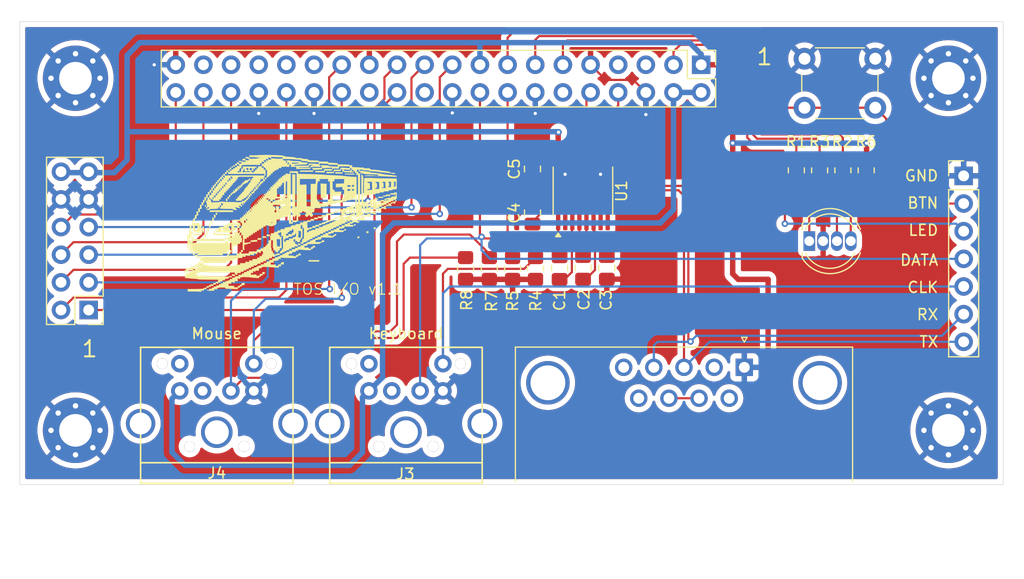
<source format=kicad_pcb>
(kicad_pcb (version 20241229) (generator "pcbnew") (generator_version "9.0")
  (layers (0 "F.Cu" signal) (2 "B.Cu" signal) (13 "F.Paste" user) (15 "B.Paste" user) (5 "F.SilkS" user "F.Silkscreen") (7 "B.SilkS" user "B.Silkscreen") (1 "F.Mask" user) (3 "B.Mask" user) (25 "Edge.Cuts" user))
  (net 0 "")
  (net 1 "Net-(D1-RA)")
  (net 2 "Net-(D1-BA)")
  (net 3 "GND")
  (net 4 "Net-(D1-GA)")
  (net 5 "PMOD_4_SCK")
  (net 10 "PMOD_7_INT")
  (net 14 "PMOD_9")
  (net 15 "GPIO_7")
  (net 16 "PMOD_3_MISO")
  (net 17 "+3V3")
  (net 22 "+5V")
  (net 23 "Net-(U1-C1+)")
  (net 24 "Net-(U1-C1-)")
  (net 25 "Net-(U1-C2+)")
  (net 26 "Net-(U1-C2-)")
  (net 27 "Net-(U1-VS-)")
  (net 28 "Net-(U1-VS+)")
  (net 30 "RX")
  (net 31 "TX")
  (net 36 "Net-(J2-Pad7)")
  (net 38 "PMOD_8_RESET")
  (net 39 "PMOD_1_SS")
  (net 41 "PMOD_10")
  (net 43 "PMOD_2_MOSI")
  (net 44 "BUTTON")
  (net 45 "LED_BLUE")
  (net 46 "LED_RED")
  (net 47 "LED_GREEN")
  (net 48 "PS2_MOUSE_DATA")
  (net 49 "PS2_MOUSE_CLK")
  (net 51 "RXTTL")
  (net 52 "PS2_DATA")
  (net 53 "PS2_CLK")
  (net 54 "TXTTL")
  (footprint "Connector_Dsub:DSUB-9_Female_Horizontal_P2.77x2.84mm_EdgePinOffset7.70mm_Housed_MountingHolesOffset9.12mm" (layer "F.Cu") (at 156.9716 91.5948)
    (property "Reference" "J2" (hide yes))
    (property "Value" "DE9_Receptacle")
  )
  (footprint "Capacitor_SMD:C_0805_2012Metric_Pad1.18x1.45mm_HandSolder" (layer "F.Cu") (at 137.5156 77.3977 90)
    (property "Reference" "C4")
    (property "Value" "0.1uF")
  )
  (footprint "Package_SO:TSSOP-16_4.4x5mm_P0.65mm" (layer "F.Cu") (at 142.1494 75.4049 90)
    (property "Reference" "U1")
    (property "Value" "MAX232")
  )
  (footprint "Capacitor_SMD:C_0805_2012Metric_Pad1.18x1.45mm_HandSolder" (layer "F.Cu") (at 140.0048 82.4777 -90)
    (property "Reference" "C1")
    (property "Value" "0.1uF")
  )
  (footprint "MountingHole:MountingHole_3mm_Pad_Via" (layer "F.Cu") (at 95.54 65.04019)
    (property "Reference" "H1" (hide yes))
    (property "Value" "MountingHole_Pad")
  )
  (footprint "Resistor_SMD:R_0805_2012Metric_Pad1.20x1.40mm_HandSolder" (layer "F.Cu") (at 133.5532 82.5152 -90)
    (property "Reference" "R7")
    (property "Value" "2K")
  )
  (footprint "Connector_PinHeader_2.54mm:PinHeader_1x07_P2.54mm_Vertical" (layer "F.Cu") (at 177.119048 74.01)
    (property "Reference" "J6" (hide yes))
    (property "Value" "Conn_01x07")
  )
  (footprint "Resistor_SMD:R_0805_2012Metric_Pad1.20x1.40mm_HandSolder" (layer "F.Cu") (at 163.888533 73.5 -90)
    (property "Reference" "R3")
    (property "Value" "220")
  )
  (footprint "Resistor_SMD:R_0805_2012Metric_Pad1.20x1.40mm_HandSolder" (layer "F.Cu") (at 135.6868 82.5152 -90)
    (property "Reference" "R5")
    (property "Value" "2K")
  )
  (footprint "Capacitor_SMD:C_0805_2012Metric_Pad1.18x1.45mm_HandSolder" (layer "F.Cu") (at 144.3443 82.4562 -90)
    (property "Reference" "C3")
    (property "Value" "0.1uF")
  )
  (footprint "Resistor_SMD:R_0805_2012Metric_Pad1.20x1.40mm_HandSolder" (layer "F.Cu") (at 137.7924 82.5152 -90)
    (property "Reference" "R4")
    (property "Value" "2K")
  )
  (footprint "Library:PinSocket_2x06_Top_Bottom_P2.54mm_Vertical" (layer "F.Cu") (at 93.75 86.33 180)
    (property "Reference" "J5" (hide yes))
    (property "Value" "PMOD SPI 2A")
  )
  (footprint "Capacitor_SMD:C_0805_2012Metric_Pad1.18x1.45mm_HandSolder" (layer "F.Cu") (at 137.5156 73.3767 -90)
    (property "Reference" "C5")
    (property "Value" "0.1uF")
  )
  (footprint "LOGO" (layer "F.Cu") (at 115.1 77.8)
    (property "Reference" "G***")
    (property "Value" "LOGO" (hide yes))
  )
  (footprint "MountingHole:MountingHole_3mm_Pad_Via" (layer "F.Cu") (at 175.72 97.3836)
    (property "Reference" "H3" (hide yes))
    (property "Value" "MountingHole_Pad")
  )
  (footprint "PocketTRS_Connectors:minidin_6_ps2_pcb_mount" (layer "F.Cu") (at 125.8932 96.0068 180)
    (property "Reference" "J3")
    (property "Value" "Keyboard")
  )
  (footprint "LED_THT:LED_D5.0mm-4_RGB" (layer "F.Cu") (at 162.94 80)
    (property "Reference" "D1" (hide yes))
    (property "Value" "LED_RKBG")
  )
  (footprint "Button_Switch_THT:SW_PUSH_6mm" (layer "F.Cu") (at 162.5 63.25)
    (property "Reference" "SW1" (hide yes))
    (property "Value" "STATUS")
  )
  (footprint "Resistor_SMD:R_0805_2012Metric_Pad1.20x1.40mm_HandSolder" (layer "F.Cu") (at 131.3688 82.5152 -90)
    (property "Reference" "R8")
    (property "Value" "2K")
  )
  (footprint "Resistor_SMD:R_0805_2012Metric_Pad1.20x1.40mm_HandSolder" (layer "F.Cu") (at 161.75 73.5 -90)
    (property "Reference" "R1")
    (property "Value" "330")
  )
  (footprint "Connector_PinHeader_2.54mm:PinHeader_2x20_P2.54mm_Vertical" (layer "F.Cu") (at 153.0096 63.8048 -90)
    (property "Reference" "J1" (hide yes))
    (property "Value" "RaspPi Pin Header")
  )
  (footprint "PocketTRS_Connectors:minidin_6_ps2_pcb_mount" (layer "F.Cu") (at 108.5192 96.0068 180)
    (property "Reference" "J4")
    (property "Value" "Mouse")
  )
  (footprint "Resistor_SMD:R_0805_2012Metric_Pad1.20x1.40mm_HandSolder" (layer "F.Cu") (at 168.1656 73.5 -90)
    (property "Reference" "R6")
    (property "Value" "4K7")
  )
  (footprint "Capacitor_SMD:C_0805_2012Metric_Pad1.18x1.45mm_HandSolder" (layer "F.Cu") (at 142.1599 82.4562 -90)
    (property "Reference" "C2")
    (property "Value" "0.1uF")
  )
  (footprint "MountingHole:MountingHole_3mm_Pad_Via" (layer "F.Cu") (at 175.72 65.04019)
    (property "Reference" "H4" (hide yes))
    (property "Value" "MountingHole_Pad")
  )
  (footprint "MountingHole:MountingHole_3mm_Pad_Via" (layer "F.Cu") (at 95.54 97.3836)
    (property "Reference" "H2" (hide yes))
    (property "Value" "MountingHole_Pad")
  )
  (footprint "Resistor_SMD:R_0805_2012Metric_Pad1.20x1.40mm_HandSolder" (layer "F.Cu") (at 166.027067 73.5 -90)
    (property "Reference" "R2")
    (property "Value" "220")
  )
  (gr_rect (start 90.424 59.8424) (end 180.7492 102.362) (stroke (width 0.05)) (fill no) (layer "Edge.Cuts"))
  (gr_text "TOS I/O v1.1" (at 115.5 85 0) (layer "F.SilkS") (effects (font (size 1 1) (thickness 0.1)) (justify left bottom)))
  (gr_text "BTN" (at 173.369048 76.5 0) (layer "F.SilkS") (effects (font (size 1 1))))
  (gr_text "TX" (at 173.916667 89.25 0) (layer "F.SilkS") (effects (font (size 1 1))))
  (gr_text "DATA" (at 173.035714 81.75 0) (layer "F.SilkS") (effects (font (size 1 1))))
  (gr_text "GND" (at 173.25 74 0) (layer "F.SilkS") (effects (font (size 1 1))))
  (gr_text "CLK" (at 173.369048 84.25 0) (layer "F.SilkS") (effects (font (size 1 1))))
  (gr_text "1" (at 157.988 63.9572 0) (layer "F.SilkS") (effects (font (size 1.5 1.5) (thickness 0.1875)) (justify left bottom)))
  (gr_text "LED" (at 173.416667 79 0) (layer "F.SilkS") (effects (font (size 1 1))))
  (gr_text "1" (at 96 90.7796 0) (layer "F.SilkS") (effects (font (size 1.5 1.5) (thickness 0.1875)) (justify left bottom)))
  (gr_text "RX" (at 173.797619 86.75 0) (layer "F.SilkS") (effects (font (size 1 1))))
  (segment (start 162.94 80) (end 162.94 75.69) (width 0.2) (layer "F.Cu") (net 1))
  (segment (start 162.94 75.69) (end 161.75 74.5) (width 0.2) (layer "F.Cu") (net 1))
  (segment (start 163.888533 74.5) (end 165.48 76.091467) (width 0.2) (layer "F.Cu") (net 2))
  (segment (start 165.48 76.091467) (end 165.48 80) (width 0.2) (layer "F.Cu") (net 2))
  (segment (start 140.5244 72.5424) (end 140.5244 73.8516) (width 0.2) (layer "F.Cu") (net 3))
  (segment (start 144.2396 65.1948) (end 146.7796 65.1948) (width 0.2) (layer "F.Cu") (net 3))
  (segment (start 143.7744 72.5424) (end 143.7744 73.8528) (width 0.2) (layer "F.Cu") (net 3))
  (segment (start 146.7796 65.1948) (end 147.9296 66.3448) (width 0.2) (layer "F.Cu") (net 3))
  (segment (start 117.4496 66.3448) (end 117.4496 68.2752) (width 0.5) (layer "F.Cu") (net 3))
  (segment (start 147.9296 66.3448) (end 147.9296 68.3768) (width 0.5) (layer "F.Cu") (net 3))
  (segment (start 112.3696 66.3448) (end 112.3696 68.2752) (width 0.5) (layer "F.Cu") (net 3))
  (segment (start 104.7496 63.8048) (end 102.7684 63.8048) (width 0.5) (layer "F.Cu") (net 3))
  (segment (start 143.7744 73.8528) (end 143.764 73.8632) (width 0.2) (layer "F.Cu") (net 3))
  (segment (start 130.1496 66.3448) (end 130.1496 68.2244) (width 0.5) (layer "F.Cu") (net 3))
  (segment (start 140.5244 73.8516) (end 140.5128 73.8632) (width 0.2) (layer "F.Cu") (net 3))
  (segment (start 137.5156 74.4142) (end 138.0026 74.4142) (width 0.5) (layer "F.Cu") (net 3))
  (segment (start 142.8496 63.8048) (end 144.2396 65.1948) (width 0.2) (layer "F.Cu") (net 3))
  (segment (start 137.7696 66.3448) (end 137.7696 68.2752) (width 0.5) (layer "F.Cu") (net 3))
  (via (at 112.3696 68.2752) (size 0.6) (drill 0.3) (layers "F.Cu" "B.Cu") (net 3))
  (via (at 102.7684 63.8048) (size 0.6) (drill 0.3) (layers "F.Cu" "B.Cu") (net 3))
  (via (at 140.5128 73.8632) (size 0.6) (drill 0.3) (layers "F.Cu" "B.Cu") (net 3))
  (via (at 117.4496 68.2752) (size 0.6) (drill 0.3) (layers "F.Cu" "B.Cu") (net 3))
  (via (at 130.1496 68.2244) (size 0.6) (drill 0.3) (layers "F.Cu" "B.Cu") (net 3))
  (via (at 143.764 73.8632) (size 0.6) (drill 0.3) (layers "F.Cu" "B.Cu") (net 3))
  (via (at 147.9296 68.3768) (size 0.6) (drill 0.3) (layers "F.Cu" "B.Cu") (net 3))
  (via (at 137.7696 68.2752) (size 0.6) (drill 0.3) (layers "F.Cu" "B.Cu") (net 3))
  (segment (start 166.75 75.222933) (end 166.75 80) (width 0.2) (layer "F.Cu") (net 4))
  (segment (start 166.027067 74.5) (end 166.75 75.222933) (width 0.2) (layer "F.Cu") (net 4))
  (segment (start 125.0696 63.8048) (end 123.9186 64.9558) (width 0.2) (layer "F.Cu") (net 5))
  (segment (start 122.4 68.4473) (end 122.4 76.3) (width 0.2) (layer "F.Cu") (net 5))
  (segment (start 123.9186 66.9287) (end 122.4 68.4473) (width 0.2) (layer "F.Cu") (net 5))
  (segment (start 123.9186 64.9558) (end 123.9186 66.9287) (width 0.2) (layer "F.Cu") (net 5))
  (via (at 122.4 76.3) (size 0.6) (drill 0.3) (layers "F.Cu" "B.Cu") (net 5))
  (segment (start 111.49 78.71) (end 96.75 78.71) (width 0.2) (layer "B.Cu") (net 5))
  (segment (start 112.8 76.3) (end 112.2 76.9) (width 0.2) (layer "B.Cu") (net 5))
  (segment (start 122.4 76.3) (end 112.8 76.3) (width 0.2) (layer "B.Cu") (net 5))
  (segment (start 112.2 76.9) (end 112.2 78) (width 0.2) (layer "B.Cu") (net 5))
  (segment (start 112.2 78) (end 111.49 78.71) (width 0.2) (layer "B.Cu") (net 5))
  (segment (start 94.21 86.33) (end 95.361 85.179) (width 0.2) (layer "F.Cu") (net 10))
  (segment (start 114.221 85.179) (end 114.9096 84.4904) (width 0.2) (layer "F.Cu") (net 10))
  (segment (start 95.361 85.179) (end 114.221 85.179) (width 0.2) (layer "F.Cu") (net 10))
  (segment (start 114.9096 84.4904) (end 114.9096 66.3448) (width 0.2) (layer "F.Cu") (net 10))
  (segment (start 95.361 80.099) (end 106.501 80.099) (width 0.2) (layer "F.Cu") (net 14))
  (segment (start 94.21 81.25) (end 95.361 80.099) (width 0.2) (layer "F.Cu") (net 14))
  (segment (start 106.501 80.099) (end 107.2896 79.3104) (width 0.2) (layer "F.Cu") (net 14))
  (segment (start 107.2896 79.3104) (end 107.2896 66.3448) (width 0.2) (layer "F.Cu") (net 14))
  (segment (start 126.4 65.0144) (end 126.4 76.9) (width 0.2) (layer "F.Cu") (net 16))
  (segment (start 127.6096 63.8048) (end 126.4 65.0144) (width 0.2) (layer "F.Cu") (net 16))
  (via (at 126.4 76.9) (size 0.6) (drill 0.3) (layers "F.Cu" "B.Cu") (net 16))
  (segment (start 113.4 76.9) (end 112.7 77.6) (width 0.2) (layer "B.Cu") (net 16))
  (segment (start 112.7 77.6) (end 112.7 80.5) (width 0.2) (layer "B.Cu") (net 16))
  (segment (start 126.4 76.9) (end 113.4 76.9) (width 0.2) (layer "B.Cu") (net 16))
  (segment (start 112.7 80.5) (end 111.95 81.25) (width 0.2) (layer "B.Cu") (net 16))
  (segment (start 111.95 81.25) (end 96.75 81.25) (width 0.2) (layer "B.Cu") (net 16))
  (segment (start 159.1564 83.5152) (end 159.1564 97.1296) (width 0.5) (layer "F.Cu") (net 17))
  (segment (start 168.2 72.4656) (end 168.1656 72.5) (width 0.5) (layer "F.Cu") (net 17))
  (segment (start 135.6868 97.2312) (end 135.6868 83.5152) (width 0.5) (layer "F.Cu") (net 17))
  (segment (start 131.3688 83.5152) (end 133.5532 83.5152) (width 0.5) (layer "F.Cu") (net 17))
  (segment (start 155.9052 64.516) (end 155.9052 71) (width 0.5) (layer "F.Cu") (net 17))
  (segment (start 136.3472 97.8916) (end 135.6868 97.2312) (width 0.5) (layer "F.Cu") (net 17))
  (segment (start 156.4132 83.5152) (end 159.1564 83.5152) (width 0.5) (layer "F.Cu") (net 17))
  (segment (start 158.3944 97.8916) (end 136.3472 97.8916) (width 0.5) (layer "F.Cu") (net 17))
  (segment (start 155.9052 83.0072) (end 156.4132 83.5152) (width 0.5) (layer "F.Cu") (net 17))
  (segment (start 139.6712 72.3392) (end 139.8744 72.5424) (width 0.5) (layer "F.Cu") (net 17))
  (segment (start 137.5156 72.3392) (end 139.6712 72.3392) (width 0.5) (layer "F.Cu") (net 17))
  (segment (start 139.8744 70.0312) (end 139.8744 72.5424) (width 0.5) (layer "F.Cu") (net 17))
  (segment (start 155.194 63.8048) (end 155.9052 64.516) (width 0.5) (layer "F.Cu") (net 17))
  (segment (start 168.2 71) (end 168.2 72.4656) (width 0.5) (layer "F.Cu") (net 17))
  (segment (start 135.6868 83.5152) (end 137.7924 83.5152) (width 0.5) (layer "F.Cu") (net 17))
  (segment (start 153.0096 63.8048) (end 155.194 63.8048) (width 0.5) (layer "F.Cu") (net 17))
  (segment (start 159.1564 97.1296) (end 158.3944 97.8916) (width 0.5) (layer "F.Cu") (net 17))
  (segment (start 133.5532 83.5152) (end 135.6868 83.5152) (width 0.5) (layer "F.Cu") (net 17))
  (segment (start 155.9052 71) (end 155.9052 83.0072) (width 0.5) (layer "F.Cu") (net 17))
  (segment (start 139.9032 70.0024) (end 139.8744 70.0312) (width 0.5) (layer "F.Cu") (net 17))
  (via (at 168.2 71) (size 0.6) (drill 0.3) (layers "F.Cu" "B.Cu") (net 17))
  (via (at 139.9032 70.0024) (size 0.6) (drill 0.3) (layers "F.Cu" "B.Cu") (net 17))
  (via (at 155.9052 71) (size 0.6) (drill 0.3) (layers "F.Cu" "B.Cu") (net 17))
  (segment (start 99.1108 73.7108) (end 96.6724 73.7108) (width 0.5) (layer "B.Cu") (net 17))
  (segment (start 100.2792 69.9516) (end 100.2792 72.5424) (width 0.5) (layer "B.Cu") (net 17))
  (segment (start 100.2792 72.5424) (end 99.1108 73.7108) (width 0.5) (layer "B.Cu") (net 17))
  (segment (start 151.9428 61.7728) (end 131.8768 61.7728) (width 0.5) (layer "B.Cu") (net 17))
  (segment (start 132.6896 63.8048) (end 132.6896 61.8236) (width 0.5) (layer "B.Cu") (net 17))
  (segment (start 100.2792 69.9516) (end 139.8524 69.9516) (width 0.5) (layer "B.Cu") (net 17))
  (segment (start 101.4476 61.7728) (end 100.2792 62.9412) (width 0.5) (layer "B.Cu") (net 17))
  (segment (start 131.8768 61.7728) (end 101.4476 61.7728) (width 0.5) (layer "B.Cu") (net 17))
  (segment (start 94.1324 73.7108) (end 96.6724 73.7108) (width 0.5) (layer "B.Cu") (net 17))
  (segment (start 153.0096 62.8396) (end 151.9428 61.7728) (width 0.5) (layer "B.Cu") (net 17))
  (segment (start 132.6896 61.8236) (end 132.6388 61.7728) (width 0.5) (layer "B.Cu") (net 17))
  (segment (start 139.8524 69.9516) (end 139.9032 70.0024) (width 0.5) (layer "B.Cu") (net 17))
  (segment (start 132.6388 61.7728) (end 131.8768 61.7728) (width 0.5) (layer "B.Cu") (net 17))
  (segment (start 153.0096 63.8048) (end 153.0096 62.8396) (width 0.5) (layer "B.Cu") (net 17))
  (segment (start 155.9052 71) (end 168.2 71) (width 0.5) (layer "B.Cu") (net 17))
  (segment (start 100.2792 62.9412) (end 100.2792 69.9516) (width 0.5) (layer "B.Cu") (net 17))
  (segment (start 121.9 99.4) (end 120.7 100.6) (width 0.5) (layer "B.Cu") (net 22))
  (segment (start 122.4932 93.7568) (end 123.7432 92.5068) (width 0.5) (layer "B.Cu") (net 22))
  (segment (start 149.2504 78.3336) (end 150.4696 77.1144) (width 0.5) (layer "B.Cu") (net 22))
  (segment (start 123.7432 92.5068) (end 123.7432 79.3568) (width 0.5) (layer "B.Cu") (net 22))
  (segment (start 120.7 100.6) (end 105.6 100.6) (width 0.5) (layer "B.Cu") (net 22))
  (segment (start 122.4932 93.7568) (end 121.9 94.35) (width 0.5) (layer "B.Cu") (net 22))
  (segment (start 104.4 99.4) (end 104.4 94.476) (width 0.5) (layer "B.Cu") (net 22))
  (segment (start 104.4 94.476) (end 105.1192 93.7568) (width 0.5) (layer "B.Cu") (net 22))
  (segment (start 153.0096 66.3448) (end 150.4696 66.3448) (width 0.5) (layer "B.Cu") (net 22))
  (segment (start 105.6 100.6) (end 104.4 99.4) (width 0.5) (layer "B.Cu") (net 22))
  (segment (start 124.7664 78.3336) (end 149.2504 78.3336) (width 0.5) (layer "B.Cu") (net 22))
  (segment (start 123.7432 79.3568) (end 124.7664 78.3336) (width 0.5) (layer "B.Cu") (net 22))
  (segment (start 121.9 94.35) (end 121.9 99.4) (width 0.5) (layer "B.Cu") (net 22))
  (segment (start 150.4696 77.1144) (end 150.4696 66.3448) (width 0.5) (layer "B.Cu") (net 22))
  (segment (start 139.8744 81.3098) (end 140.0048 81.4402) (width 0.2) (layer "F.Cu") (net 23))
  (segment (start 139.8744 78.2674) (end 139.8744 81.3098) (width 0.2) (layer "F.Cu") (net 23))
  (segment (start 141.1349 78.3069) (end 141.1349 82.8423) (width 0.2) (layer "F.Cu") (net 24))
  (segment (start 141.1349 82.8423) (end 140.462 83.5152) (width 0.2) (layer "F.Cu") (net 24))
  (segment (start 141.1744 78.2674) (end 141.1349 78.3069) (width 0.2) (layer "F.Cu") (net 24))
  (segment (start 140.462 83.5152) (end 140.0048 83.5152) (width 0.2) (layer "F.Cu") (net 24))
  (segment (start 141.8244 78.2674) (end 141.8244 81.0832) (width 0.2) (layer "F.Cu") (net 25))
  (segment (start 141.8244 81.0832) (end 142.1599 81.4187) (width 0.2) (layer "F.Cu") (net 25))
  (segment (start 143.256 80.01) (end 143.256 82.6516) (width 0.2) (layer "F.Cu") (net 26))
  (segment (start 142.4744 78.2674) (end 142.4744 79.2284) (width 0.2) (layer "F.Cu") (net 26))
  (segment (start 142.4744 79.2284) (end 143.256 80.01) (width 0.2) (layer "F.Cu") (net 26))
  (segment (start 143.256 82.6516) (end 142.4139 83.4937) (width 0.2) (layer "F.Cu") (net 26))
  (segment (start 142.4139 83.4937) (end 142.1599 83.4937) (width 0.2) (layer "F.Cu") (net 26))
  (segment (start 143.1244 79.004899) (end 144.1196 80.000099) (width 0.2) (layer "F.Cu") (net 27))
  (segment (start 144.1196 80.01) (end 144.3443 80.2347) (width 0.2) (layer "F.Cu") (net 27))
  (segment (start 144.1196 80.000099) (end 144.1196 80.01) (width 0.2) (layer "F.Cu") (net 27))
  (segment (start 144.3443 80.2347) (end 144.3443 81.4187) (width 0.2) (layer "F.Cu") (net 27))
  (segment (start 143.1244 78.2674) (end 143.1244 79.004899) (width 0.2) (layer "F.Cu") (net 27))
  (segment (start 137.5156 78.232) (end 137.5156 78.4352) (width 0.2) (layer "F.Cu") (net 28))
  (segment (start 140.5244 77.529901) (end 140.224399 77.2299) (width 0.2) (layer "F.Cu") (net 28))
  (segment (start 138.5177 77.2299) (end 137.5156 78.232) (width 0.2) (layer "F.Cu") (net 28))
  (segment (start 140.5244 78.2674) (end 140.5244 77.529901) (width 0.2) (layer "F.Cu") (net 28))
  (segment (start 140.224399 77.2299) (end 138.5177 77.2299) (width 0.2) (layer "F.Cu") (net 28))
  (segment (start 151.8348 76.213286) (end 151.8316 76.216486) (width 0.2) (layer "F.Cu") (net 30))
  (segment (start 151.8316 76.216486) (end 151.8316 89.0524) (width 0.2) (layer "F.Cu") (net 30))
  (segment (start 151.8348 75.4062) (end 151.8348 76.213286) (width 0.2) (layer "F.Cu") (net 30))
  (segment (start 151.8316 89.0524) (end 151.8316 89.2248) (width 0.2) (layer "F.Cu") (net 30))
  (segment (start 141.8244 72.5424) (end 141.8244 74.2858) (width 0.2) (layer "F.Cu") (net 30))
  (segment (start 152.004 89.2248) (end 151.8316 89.0524) (width 0.2) (layer "F.Cu") (net 30))
  (segment (start 142.4686 74.93) (end 151.3586 74.93) (width 0.2) (layer "F.Cu") (net 30))
  (segment (start 151.3586 74.93) (end 151.8348 75.4062) (width 0.2) (layer "F.Cu") (net 30))
  (segment (start 141.8244 74.2858) (end 142.4686 74.93) (width 0.2) (layer "F.Cu") (net 30))
  (segment (start 152.0316 89.2248) (end 152.004 89.2248) (width 0.2) (layer "F.Cu") (net 30))
  (via (at 152.0316 89.2248) (size 0.6) (drill 0.3) (layers "F.Cu" "B.Cu") (net 30))
  (segment (start 152.0008 89.2556) (end 152.0316 89.2248) (width 0.2) (layer "B.Cu") (net 30))
  (segment (start 148.6616 91.5948) (end 148.6616 89.5904) (width 0.2) (layer "B.Cu") (net 30))
  (segment (start 148.9964 89.2556) (end 152.0008 89.2556) (width 0.2) (layer "B.Cu") (net 30))
  (segment (start 152.0316 89.2248) (end 152.5564 88.7) (width 0.2) (layer "B.Cu") (net 30))
  (segment (start 175.129048 88.7) (end 177.119048 86.71) (width 0.2) (layer "B.Cu") (net 30))
  (segment (start 148.6616 89.5904) (end 148.9964 89.2556) (width 0.2) (layer "B.Cu") (net 30))
  (segment (start 152.5564 88.7) (end 175.129048 88.7) (width 0.2) (layer "B.Cu") (net 30))
  (segment (start 141.1744 72.5424) (end 141.1744 74.7788) (width 0.2) (layer "F.Cu") (net 31))
  (segment (start 151.4348 76.0476) (end 151.4316 76.0508) (width 0.2) (layer "F.Cu") (net 31))
  (segment (start 151.4348 75.8444) (end 151.4348 76.0476) (width 0.2) (layer "F.Cu") (net 31))
  (segment (start 150.9204 75.33) (end 151.4348 75.8444) (width 0.2) (layer "F.Cu") (net 31))
  (segment (start 141.7256 75.33) (end 150.9204 75.33) (width 0.2) (layer "F.Cu") (net 31))
  (segment (start 141.1744 74.7788) (end 141.7256 75.33) (width 0.2) (layer "F.Cu") (net 31))
  (segment (start 151.4316 76.0508) (end 151.4316 91.5948) (width 0.2) (layer "F.Cu") (net 31))
  (segment (start 153.7764 89.25) (end 177.119048 89.25) (width 0.2) (layer "B.Cu") (net 31))
  (segment (start 151.4316 91.5948) (end 153.7764 89.25) (width 0.2) (layer "B.Cu") (net 31))
  (segment (start 152.8166 94.4348) (end 150.0466 94.4348) (width 0.2) (layer "F.Cu") (net 36))
  (segment (start 109.8296 81.9704) (end 109.8296 66.3448) (width 0.2) (layer "F.Cu") (net 38))
  (segment (start 95.361 82.639) (end 109.161 82.639) (width 0.2) (layer "F.Cu") (net 38))
  (segment (start 109.161 82.639) (end 109.8296 81.9704) (width 0.2) (layer "F.Cu") (net 38))
  (segment (start 94.21 83.79) (end 95.361 82.639) (width 0.2) (layer "F.Cu") (net 38))
  (segment (start 122.07 86.33) (end 123 85.4) (width 0.2) (layer "F.Cu") (net 39))
  (segment (start 123 85.4) (end 123 68.4144) (width 0.2) (layer "F.Cu") (net 39))
  (segment (start 96.75 86.33) (end 122.07 86.33) (width 0.2) (layer "F.Cu") (net 39))
  (segment (start 123 68.4144) (end 125.0696 66.3448) (width 0.2) (layer "F.Cu") (net 39))
  (segment (start 104.7496 76.8504) (end 104.7496 66.3448) (width 0.2) (layer "F.Cu") (net 41))
  (segment (start 95.361 77.559) (end 104.041 77.559) (width 0.2) (layer "F.Cu") (net 41))
  (segment (start 104.041 77.559) (end 104.7496 76.8504) (width 0.2) (layer "F.Cu") (net 41))
  (segment (start 94.21 78.71) (end 95.361 77.559) (width 0.2) (layer "F.Cu") (net 41))
  (segment (start 130.1496 63.8048) (end 129 64.9544) (width 0.2) (layer "F.Cu") (net 43))
  (segment (start 129 64.9544) (end 129 77.5) (width 0.2) (layer "F.Cu") (net 43))
  (via (at 129 77.5) (size 0.6) (drill 0.3) (layers "F.Cu" "B.Cu") (net 43))
  (segment (start 129 77.5) (end 113.9 77.5) (width 0.2) (layer "B.Cu") (net 43))
  (segment (start 113.2 83.3) (end 112.71 83.79) (width 0.2) (layer "B.Cu") (net 43))
  (segment (start 112.71 83.79) (end 96.75 83.79) (width 0.2) (layer "B.Cu") (net 43))
  (segment (start 113.2 78.2) (end 113.2 83.3) (width 0.2) (layer "B.Cu") (net 43))
  (segment (start 113.9 77.5) (end 113.2 78.2) (width 0.2) (layer "B.Cu") (net 43))
  (segment (start 177.119048 76.55) (end 170.45 76.55) (width 0.2) (layer "F.Cu") (net 44))
  (segment (start 158.4462 67.1462) (end 158.4462 61.3462) (width 0.2) (layer "F.Cu") (net 44))
  (segment (start 162.5 67.75) (end 169 67.75) (width 0.2) (layer "F.Cu") (net 44))
  (segment (start 135.2296 61.3156) (end 135.2296 63.8048) (width 0.2) (layer "F.Cu") (net 44))
  (segment (start 170 76.1) (end 170 74.5) (width 0.2) (layer "F.Cu") (net 44))
  (segment (start 170.45 76.55) (end 170 76.1) (width 0.2) (layer "F.Cu") (net 44))
  (segment (start 159.05 67.75) (end 158.4462 67.1462) (width 0.2) (layer "F.Cu") (net 44))
  (segment (start 168.1656 74.5) (end 170 74.5) (width 0.2) (layer "F.Cu") (net 44))
  (segment (start 162.5 67.75) (end 159.05 67.75) (width 0.2) (layer "F.Cu") (net 44))
  (segment (start 158.4462 61.3462) (end 157.8696 60.7696) (width 0.2) (layer "F.Cu") (net 44))
  (segment (start 170 74.5) (end 170 73.9) (width 0.2) (layer "F.Cu") (net 44))
  (segment (start 135.7756 60.7696) (end 135.2296 61.3156) (width 0.2) (layer "F.Cu") (net 44))
  (segment (start 170 68.75) (end 170 73.9) (width 0.2) (layer "F.Cu") (net 44))
  (segment (start 157.8696 60.7696) (end 135.7756 60.7696) (width 0.2) (layer "F.Cu") (net 44))
  (segment (start 169 67.75) (end 170 68.75) (width 0.2) (layer "F.Cu") (net 44))
  (segment (start 158.15 70.6) (end 163.6 70.6) (width 0.2) (layer "F.Cu") (net 45))
  (segment (start 140.3096 61.976) (end 140.716 61.5696) (width 0.2) (layer "F.Cu") (net 45))
  (segment (start 157.6452 70.0952) (end 158.15 70.6) (width 0.2) (layer "F.Cu") (net 45))
  (segment (start 157.6452 62.1412) (end 157.6452 70.0952) (width 0.2) (layer "F.Cu") (net 45))
  (segment (start 163.6 70.6) (end 163.888533 70.888533) (width 0.2) (layer "F.Cu") (net 45))
  (segment (start 157.0736 61.5696) (end 157.6452 62.1412) (width 0.2) (layer "F.Cu") (net 45))
  (segment (start 163.888533 70.888533) (end 163.888533 72.5) (width 0.2) (layer "F.Cu") (net 45))
  (segment (start 140.716 61.5696) (end 157.0736 61.5696) (width 0.2) (layer "F.Cu") (net 45))
  (segment (start 140.3096 63.8048) (end 140.3096 61.976) (width 0.2) (layer "F.Cu") (net 45))
  (segment (start 150.4696 62.5856) (end 150.4696 63.8048) (width 0.2) (layer "F.Cu") (net 46))
  (segment (start 156.6696 61.9696) (end 151.0856 61.9696) (width 0.2) (layer "F.Cu") (net 46))
  (segment (start 157.2452 70.4952) (end 157.2452 62.5452) (width 0.2) (layer "F.Cu") (net 46))
  (segment (start 157.2452 62.5452) (end 156.6696 61.9696) (width 0.2) (layer "F.Cu") (net 46))
  (segment (start 160.7 73.55) (end 161.75 72.5) (width 0.2) (layer "F.Cu") (net 46))
  (segment (start 157.75 71) (end 157.2452 70.4952) (width 0.2) (layer "F.Cu") (net 46))
  (segment (start 161.5 71) (end 157.75 71) (width 0.2) (layer "F.Cu") (net 46))
  (segment (start 151.0856 61.9696) (end 150.4696 62.5856) (width 0.2) (layer "F.Cu") (net 46))
  (segment (start 160.7 78.4) (end 160.7 73.55) (width 0.2) (layer "F.Cu") (net 46))
  (segment (start 161.75 72.5) (end 161.75 71.25) (width 0.2) (layer "F.Cu") (net 46))
  (segment (start 161.75 71.25) (end 161.5 71) (width 0.2) (layer "F.Cu") (net 46))
  (via (at 160.7 78.4) (size 0.6) (drill 0.3) (layers "F.Cu" "B.Cu") (net 46))
  (segment (start 177.119048 79.09) (end 176.429048 78.4) (width 0.2) (layer "B.Cu") (net 46))
  (segment (start 176.429048 78.4) (end 160.7 78.4) (width 0.2) (layer "B.Cu") (net 46))
  (segment (start 137.7696 61.5188) (end 138.1188 61.1696) (width 0.2) (layer "F.Cu") (net 47))
  (segment (start 158.0452 61.6776) (end 158.0452 69.6952) (width 0.2) (layer "F.Cu") (net 47))
  (segment (start 157.5372 61.1696) (end 158.0452 61.6776) (width 0.2) (layer "F.Cu") (net 47))
  (segment (start 166.027067 70.527067) (end 166.027067 72.5) (width 0.2) (layer "F.Cu") (net 47))
  (segment (start 158.0452 69.6952) (end 158.55 70.2) (width 0.2) (layer "F.Cu") (net 47))
  (segment (start 165.7 70.2) (end 166.027067 70.527067) (width 0.2) (layer "F.Cu") (net 47))
  (segment (start 158.55 70.2) (end 165.7 70.2) (width 0.2) (layer "F.Cu") (net 47))
  (segment (start 138.1188 61.1696) (end 157.5372 61.1696) (width 0.2) (layer "F.Cu") (net 47))
  (segment (start 137.7696 63.8048) (end 137.7696 61.5188) (width 0.2) (layer "F.Cu") (net 47))
  (segment (start 125.6792 88.2396) (end 125.0188 88.9) (width 0.2) (layer "F.Cu") (net 48))
  (segment (start 125.0188 88.9) (end 115.824 88.9) (width 0.2) (layer "F.Cu") (net 48))
  (segment (start 118.8386 64.9558) (end 118.8386 84.3386) (width 0.2) (layer "F.Cu") (net 48))
  (segment (start 125.6792 82.0928) (end 125.6792 88.2396) (width 0.2) (layer "F.Cu") (net 48))
  (segment (start 126.2568 81.5152) (end 125.6792 82.0928) (width 0.2) (layer "F.Cu") (net 48))
  (segment (start 118.8386 84.3386) (end 118.9 84.4) (width 0.2) (layer "F.Cu") (net 48))
  (segment (start 115.824 88.9) (end 115.1128 89.6112) (width 0.2) (layer "F.Cu") (net 48))
  (segment (start 115.1128 91.7956) (end 114.3508 92.5576) (width 0.2) (layer "F.Cu") (net 48))
  (segment (start 119.9896 63.8048) (end 118.8386 64.9558) (width 0.2) (layer "F.Cu") (net 48))
  (segment (start 114.3508 92.5576) (end 111.0184 92.5576) (width 0.2) (layer "F.Cu") (net 48))
  (segment (start 115.1128 89.6112) (end 115.1128 91.7956) (width 0.2) (layer "F.Cu") (net 48))
  (segment (start 131.3688 81.5152) (end 126.2568 81.5152) (width 0.2) (layer "F.Cu") (net 48))
  (segment (start 111.0184 92.5576) (end 109.8192 93.7568) (width 0.2) (layer "F.Cu") (net 48))
  (via (at 118.9 84.4) (size 0.6) (drill 0.3) (layers "F.Cu" "B.Cu") (net 48))
  (segment (start 110.9 84.4) (end 109.8192 85.4808) (width 0.2) (layer "B.Cu") (net 48))
  (segment (start 118.9 84.4) (end 110.9 84.4) (width 0.2) (layer "B.Cu") (net 48))
  (segment (start 109.8192 85.4808) (end 109.8192 93.7568) (width 0.2) (layer "B.Cu") (net 48))
  (segment (start 124.46 88.2904) (end 125.0696 87.6808) (width 0.2) (layer "F.Cu") (net 49))
  (segment (start 111.9192 91.2568) (end 111.9192 89.1472) (width 0.2) (layer "F.Cu") (net 49))
  (segment (start 133.5532 81.1784) (end 131.7752 79.4004) (width 0.2) (layer "F.Cu") (net 49))
  (segment (start 125.0696 80.0304) (end 125.7 79.4) (width 0.2) (layer "F.Cu") (net 49))
  (segment (start 111.9192 89.1472) (end 112.776 88.2904) (width 0.2) (layer "F.Cu") (net 49))
  (segment (start 112.776 88.2904) (end 124.46 88.2904) (width 0.2) (layer "F.Cu") (net 49))
  (segment (start 119.9896 66.3448) (end 119.9896 85.1896) (width 0.2) (layer "F.Cu") (net 49))
  (segment (start 125.0696 87.6808) (end 125.0696 80.0304) (width 0.2) (layer "F.Cu") (net 49))
  (segment (start 125.7004 79.4004) (end 131.7752 79.4004) (width 0.2) (layer "F.Cu") (net 49))
  (segment (start 133.5532 81.5152) (end 133.5532 81.1784) (width 0.2) (layer "F.Cu") (net 49))
  (segment (start 125.7 79.4) (end 125.7004 79.4004) (width 0.2) (layer "F.Cu") (net 49))
  (segment (start 119.9896 85.1896) (end 120 85.2) (width 0.2) (layer "F.Cu") (net 49))
  (via (at 120 85.2) (size 0.6) (drill 0.3) (layers "F.Cu" "B.Cu") (net 49))
  (segment (start 113 85.3) (end 111.9192 86.3808) (width 0.2) (layer "B.Cu") (net 49))
  (segment (start 119.9 85.3) (end 113 85.3) (width 0.2) (layer "B.Cu") (net 49))
  (segment (start 120 85.2) (end 119.9 85.3) (width 0.2) (layer "B.Cu") (net 49))
  (segment (start 111.9192 86.3808) (end 111.9192 91.2568) (width 0.2) (layer "B.Cu") (net 49))
  (segment (start 142.4744 66.72) (end 142.4744 72.5424) (width 0.2) (layer "F.Cu") (net 51))
  (segment (start 142.8496 66.3448) (end 142.4744 66.72) (width 0.2) (layer "F.Cu") (net 51))
  (segment (start 135.6868 80.264) (end 135.1788 79.756) (width 0.2) (layer "F.Cu") (net 52))
  (segment (start 132.696486 79.756) (end 132.6896 79.749114) (width 0.2) (layer "F.Cu") (net 52))
  (segment (start 135.1788 79.756) (end 132.696486 79.756) (width 0.2) (layer "F.Cu") (net 52))
  (segment (start 132.6896 79.749114) (end 132.6896 66.3448) (width 0.2) (layer "F.Cu") (net 52))
  (segment (start 135.6868 81.5152) (end 135.6868 80.264) (width 0.2) (layer "F.Cu") (net 52))
  (via (at 132.837908 79.614578) (size 0.6) (drill 0.3) (layers "F.Cu" "B.Cu") (net 52))
  (segment (start 132.837908 79.614578) (end 132.837908 80.837908) (width 0.2) (layer "B.Cu") (net 52))
  (segment (start 127.1932 80.3756) (end 127.8128 79.756) (width 0.2) (layer "B.Cu") (net 52))
  (segment (start 132.837908 80.837908) (end 133.63 81.63) (width 0.2) (layer "B.Cu") (net 52))
  (segment (start 127.8128 79.756) (end 132.696486 79.756) (width 0.2) (layer "B.Cu") (net 52))
  (segment (start 132.696486 79.756) (end 132.837908 79.614578) (width 0.2) (layer "B.Cu") (net 52))
  (segment (start 133.63 81.63) (end 177.119048 81.63) (width 0.2) (layer "B.Cu") (net 52))
  (segment (start 127.1932 93.7568) (end 127.1932 80.3756) (width 0.2) (layer "B.Cu") (net 52))
  (segment (start 135.6868 79.6036) (end 135.2296 79.1464) (width 0.2) (layer "F.Cu") (net 53))
  (segment (start 136.7576 82.55) (end 137.7924 81.5152) (width 0.2) (layer "F.Cu") (net 53))
  (segment (start 129.2932 91.2568) (end 129.2932 83) (width 0.2) (layer "F.Cu") (net 53))
  (segment (start 135.2296 79.1464) (end 135.2296 66.3448) (width 0.2) (layer "F.Cu") (net 53))
  (segment (start 137.7924 81.5152) (end 137.7924 80.0836) (width 0.2) (layer "F.Cu") (net 53))
  (segment (start 137.3124 79.6036) (end 135.6868 79.6036) (width 0.2) (layer "F.Cu") (net 53))
  (segment (start 129.2932 83) (end 129.7432 82.55) (width 0.2) (layer "F.Cu") (net 53))
  (segment (start 129.7432 82.55) (end 136.7576 82.55) (width 0.2) (layer "F.Cu") (net 53))
  (segment (start 137.7924 80.0836) (end 137.3124 79.6036) (width 0.2) (layer "F.Cu") (net 53))
  (segment (start 129.2932 91.2568) (end 129.2932 84.8068) (width 0.2) (layer "B.Cu") (net 53))
  (segment (start 129.2932 84.8068) (end 129.93 84.17) (width 0.2) (layer "B.Cu") (net 53))
  (segment (start 129.93 84.17) (end 177.119048 84.17) (width 0.2) (layer "B.Cu") (net 53))
  (segment (start 143.5608 68.1736) (end 144.78 68.1736) (width 0.2) (layer "F.Cu") (net 54))
  (segment (start 143.1244 72.5424) (end 143.1244 68.61) (width 0.2) (layer "F.Cu") (net 54))
  (segment (start 143.1244 68.61) (end 143.5608 68.1736) (width 0.2) (layer "F.Cu") (net 54))
  (segment (start 145.3896 67.564) (end 145.3896 66.3448) (width 0.2) (layer "F.Cu") (net 54))
  (segment (start 144.78 68.1736) (end 145.3896 67.564) (width 0.2) (layer "F.Cu") (net 54))
  (zone (net 3) (net_name "GND") (layers "F.Cu" "B.Cu") (connect_pads (clearance 0.5)) (min_thickness 0.25) (fill yes (thermal_gap 0.5) (thermal_bridge_width 0.5))
    (polygon (pts (xy 89.3 58.8) (xy 182.1 58.8) (xy 182.1 103.7) (xy 89.2 104)))
  )
)
</source>
